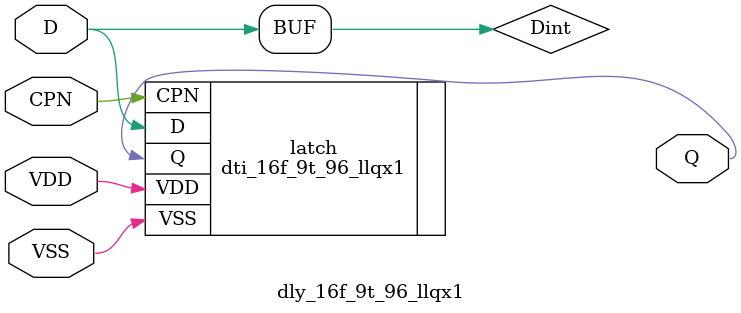
<source format=v>

module dly_16f_9t_96_llqx1 (VDD, VSS, CPN, D, Q);
input	VDD;
input	VSS;
input	CPN;
input	D;
output	Q;

assign #(0.02) Dint = D;
dti_16f_9t_96_llqx1 latch (
  .VDD(VDD),
  .VSS(VSS),
  .CPN(CPN),
  .D(Dint),
  .Q(Q)
);

endmodule

</source>
